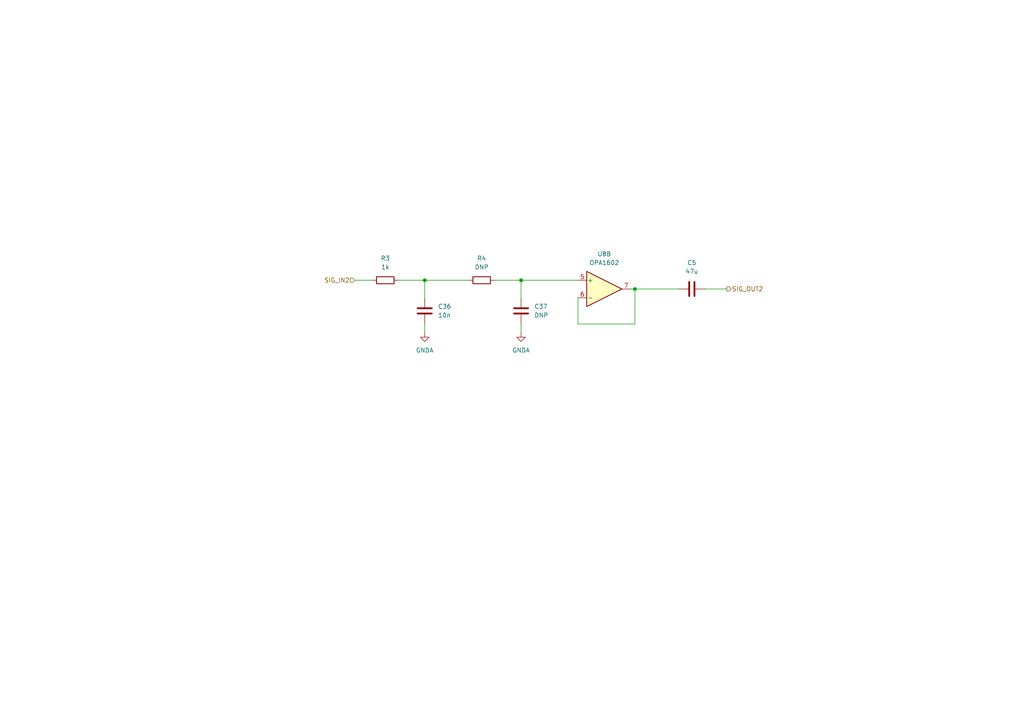
<source format=kicad_sch>
(kicad_sch (version 20211123) (generator eeschema)

  (uuid e87ca931-e6c1-479e-a422-f41580cbb0e0)

  (paper "A4")

  (title_block
    (title "F.R.E.T. Board")
    (date "2023-09-27")
    (rev "1.00")
    (company "Jim Horwitz, Julia Brubach, Peter Buglewicz")
  )

  (lib_symbols
    (symbol "Amplifier_Operational:OPA1602" (pin_names (offset 0.127)) (in_bom yes) (on_board yes)
      (property "Reference" "U" (id 0) (at 0 5.08 0)
        (effects (font (size 1.27 1.27)) (justify left))
      )
      (property "Value" "OPA1602" (id 1) (at 0 -5.08 0)
        (effects (font (size 1.27 1.27)) (justify left))
      )
      (property "Footprint" "" (id 2) (at 0 0 0)
        (effects (font (size 1.27 1.27)) hide)
      )
      (property "Datasheet" "http://www.ti.com/lit/ds/symlink/opa1604.pdf" (id 3) (at 0 0 0)
        (effects (font (size 1.27 1.27)) hide)
      )
      (property "ki_locked" "" (id 4) (at 0 0 0)
        (effects (font (size 1.27 1.27)))
      )
      (property "ki_keywords" "dual opamp" (id 5) (at 0 0 0)
        (effects (font (size 1.27 1.27)) hide)
      )
      (property "ki_description" "Dual SoundPlus High Performance, Bipolar-Input Audio Operational Amplifiers, SOIC-8/MSOP-8" (id 6) (at 0 0 0)
        (effects (font (size 1.27 1.27)) hide)
      )
      (property "ki_fp_filters" "SOIC*3.9x4.9mm*P1.27mm* DIP*W7.62mm* TO*99* OnSemi*Micro8* TSSOP*3x3mm*P0.65mm* TSSOP*4.4x3mm*P0.65mm* MSOP*3x3mm*P0.65mm* SSOP*3.9x4.9mm*P0.635mm* LFCSP*2x2mm*P0.5mm* *SIP* SOIC*5.3x6.2mm*P1.27mm*" (id 7) (at 0 0 0)
        (effects (font (size 1.27 1.27)) hide)
      )
      (symbol "OPA1602_1_1"
        (polyline
          (pts
            (xy -5.08 5.08)
            (xy 5.08 0)
            (xy -5.08 -5.08)
            (xy -5.08 5.08)
          )
          (stroke (width 0.254) (type default) (color 0 0 0 0))
          (fill (type background))
        )
        (pin output line (at 7.62 0 180) (length 2.54)
          (name "~" (effects (font (size 1.27 1.27))))
          (number "1" (effects (font (size 1.27 1.27))))
        )
        (pin input line (at -7.62 -2.54 0) (length 2.54)
          (name "-" (effects (font (size 1.27 1.27))))
          (number "2" (effects (font (size 1.27 1.27))))
        )
        (pin input line (at -7.62 2.54 0) (length 2.54)
          (name "+" (effects (font (size 1.27 1.27))))
          (number "3" (effects (font (size 1.27 1.27))))
        )
      )
      (symbol "OPA1602_2_1"
        (polyline
          (pts
            (xy -5.08 5.08)
            (xy 5.08 0)
            (xy -5.08 -5.08)
            (xy -5.08 5.08)
          )
          (stroke (width 0.254) (type default) (color 0 0 0 0))
          (fill (type background))
        )
        (pin input line (at -7.62 2.54 0) (length 2.54)
          (name "+" (effects (font (size 1.27 1.27))))
          (number "5" (effects (font (size 1.27 1.27))))
        )
        (pin input line (at -7.62 -2.54 0) (length 2.54)
          (name "-" (effects (font (size 1.27 1.27))))
          (number "6" (effects (font (size 1.27 1.27))))
        )
        (pin output line (at 7.62 0 180) (length 2.54)
          (name "~" (effects (font (size 1.27 1.27))))
          (number "7" (effects (font (size 1.27 1.27))))
        )
      )
      (symbol "OPA1602_3_1"
        (pin power_in line (at -2.54 -7.62 90) (length 3.81)
          (name "V-" (effects (font (size 1.27 1.27))))
          (number "4" (effects (font (size 1.27 1.27))))
        )
        (pin power_in line (at -2.54 7.62 270) (length 3.81)
          (name "V+" (effects (font (size 1.27 1.27))))
          (number "8" (effects (font (size 1.27 1.27))))
        )
      )
    )
    (symbol "Device:C" (pin_numbers hide) (pin_names (offset 0.254)) (in_bom yes) (on_board yes)
      (property "Reference" "C" (id 0) (at 0.635 2.54 0)
        (effects (font (size 1.27 1.27)) (justify left))
      )
      (property "Value" "C" (id 1) (at 0.635 -2.54 0)
        (effects (font (size 1.27 1.27)) (justify left))
      )
      (property "Footprint" "" (id 2) (at 0.9652 -3.81 0)
        (effects (font (size 1.27 1.27)) hide)
      )
      (property "Datasheet" "~" (id 3) (at 0 0 0)
        (effects (font (size 1.27 1.27)) hide)
      )
      (property "ki_keywords" "cap capacitor" (id 4) (at 0 0 0)
        (effects (font (size 1.27 1.27)) hide)
      )
      (property "ki_description" "Unpolarized capacitor" (id 5) (at 0 0 0)
        (effects (font (size 1.27 1.27)) hide)
      )
      (property "ki_fp_filters" "C_*" (id 6) (at 0 0 0)
        (effects (font (size 1.27 1.27)) hide)
      )
      (symbol "C_0_1"
        (polyline
          (pts
            (xy -2.032 -0.762)
            (xy 2.032 -0.762)
          )
          (stroke (width 0.508) (type default) (color 0 0 0 0))
          (fill (type none))
        )
        (polyline
          (pts
            (xy -2.032 0.762)
            (xy 2.032 0.762)
          )
          (stroke (width 0.508) (type default) (color 0 0 0 0))
          (fill (type none))
        )
      )
      (symbol "C_1_1"
        (pin passive line (at 0 3.81 270) (length 2.794)
          (name "~" (effects (font (size 1.27 1.27))))
          (number "1" (effects (font (size 1.27 1.27))))
        )
        (pin passive line (at 0 -3.81 90) (length 2.794)
          (name "~" (effects (font (size 1.27 1.27))))
          (number "2" (effects (font (size 1.27 1.27))))
        )
      )
    )
    (symbol "Device:R" (pin_numbers hide) (pin_names (offset 0)) (in_bom yes) (on_board yes)
      (property "Reference" "R" (id 0) (at 2.032 0 90)
        (effects (font (size 1.27 1.27)))
      )
      (property "Value" "R" (id 1) (at 0 0 90)
        (effects (font (size 1.27 1.27)))
      )
      (property "Footprint" "" (id 2) (at -1.778 0 90)
        (effects (font (size 1.27 1.27)) hide)
      )
      (property "Datasheet" "~" (id 3) (at 0 0 0)
        (effects (font (size 1.27 1.27)) hide)
      )
      (property "ki_keywords" "R res resistor" (id 4) (at 0 0 0)
        (effects (font (size 1.27 1.27)) hide)
      )
      (property "ki_description" "Resistor" (id 5) (at 0 0 0)
        (effects (font (size 1.27 1.27)) hide)
      )
      (property "ki_fp_filters" "R_*" (id 6) (at 0 0 0)
        (effects (font (size 1.27 1.27)) hide)
      )
      (symbol "R_0_1"
        (rectangle (start -1.016 -2.54) (end 1.016 2.54)
          (stroke (width 0.254) (type default) (color 0 0 0 0))
          (fill (type none))
        )
      )
      (symbol "R_1_1"
        (pin passive line (at 0 3.81 270) (length 1.27)
          (name "~" (effects (font (size 1.27 1.27))))
          (number "1" (effects (font (size 1.27 1.27))))
        )
        (pin passive line (at 0 -3.81 90) (length 1.27)
          (name "~" (effects (font (size 1.27 1.27))))
          (number "2" (effects (font (size 1.27 1.27))))
        )
      )
    )
    (symbol "power:GNDA" (power) (pin_names (offset 0)) (in_bom yes) (on_board yes)
      (property "Reference" "#PWR" (id 0) (at 0 -6.35 0)
        (effects (font (size 1.27 1.27)) hide)
      )
      (property "Value" "GNDA" (id 1) (at 0 -3.81 0)
        (effects (font (size 1.27 1.27)))
      )
      (property "Footprint" "" (id 2) (at 0 0 0)
        (effects (font (size 1.27 1.27)) hide)
      )
      (property "Datasheet" "" (id 3) (at 0 0 0)
        (effects (font (size 1.27 1.27)) hide)
      )
      (property "ki_keywords" "power-flag" (id 4) (at 0 0 0)
        (effects (font (size 1.27 1.27)) hide)
      )
      (property "ki_description" "Power symbol creates a global label with name \"GNDA\" , analog ground" (id 5) (at 0 0 0)
        (effects (font (size 1.27 1.27)) hide)
      )
      (symbol "GNDA_0_1"
        (polyline
          (pts
            (xy 0 0)
            (xy 0 -1.27)
            (xy 1.27 -1.27)
            (xy 0 -2.54)
            (xy -1.27 -1.27)
            (xy 0 -1.27)
          )
          (stroke (width 0) (type default) (color 0 0 0 0))
          (fill (type none))
        )
      )
      (symbol "GNDA_1_1"
        (pin power_in line (at 0 0 270) (length 0) hide
          (name "GNDA" (effects (font (size 1.27 1.27))))
          (number "1" (effects (font (size 1.27 1.27))))
        )
      )
    )
  )

  (junction (at 123.19 81.28) (diameter 0) (color 0 0 0 0)
    (uuid 181fafc5-254a-43d0-b9e5-379f9b1b154c)
  )
  (junction (at 184.15 83.82) (diameter 0) (color 0 0 0 0)
    (uuid 9af36aa1-cac5-4d2c-aec6-ade6c9670505)
  )
  (junction (at 151.13 81.28) (diameter 0) (color 0 0 0 0)
    (uuid a78d84cf-596f-4a0b-8e19-053e1b1ff784)
  )

  (wire (pts (xy 167.64 86.36) (xy 167.64 93.98))
    (stroke (width 0) (type default) (color 0 0 0 0))
    (uuid 02653654-aa28-499f-98fc-0f8c098863e0)
  )
  (wire (pts (xy 184.15 83.82) (xy 196.85 83.82))
    (stroke (width 0) (type default) (color 0 0 0 0))
    (uuid 14358a12-31c8-4e3e-bb5f-2fb1a092b57a)
  )
  (wire (pts (xy 143.51 81.28) (xy 151.13 81.28))
    (stroke (width 0) (type default) (color 0 0 0 0))
    (uuid 2bec4692-8971-4c6b-81bc-fb9852885b14)
  )
  (wire (pts (xy 204.47 83.82) (xy 210.82 83.82))
    (stroke (width 0) (type default) (color 0 0 0 0))
    (uuid 2eba107e-d555-437b-a6b9-e6c7145c03c5)
  )
  (wire (pts (xy 123.19 81.28) (xy 123.19 86.36))
    (stroke (width 0) (type default) (color 0 0 0 0))
    (uuid 40db018b-9a00-4884-9838-0854f9a5c092)
  )
  (wire (pts (xy 167.64 93.98) (xy 184.15 93.98))
    (stroke (width 0) (type default) (color 0 0 0 0))
    (uuid 65a48377-e8aa-493a-9299-7cf066a024e0)
  )
  (wire (pts (xy 151.13 81.28) (xy 151.13 86.36))
    (stroke (width 0) (type default) (color 0 0 0 0))
    (uuid 86fc1f3e-a308-4e77-a320-aa281344ea1f)
  )
  (wire (pts (xy 123.19 93.98) (xy 123.19 96.52))
    (stroke (width 0) (type default) (color 0 0 0 0))
    (uuid 9016ba70-7edb-4d20-817e-e18a0f4d87f8)
  )
  (wire (pts (xy 115.57 81.28) (xy 123.19 81.28))
    (stroke (width 0) (type default) (color 0 0 0 0))
    (uuid 9cbd4822-bc1b-490b-9b15-f4d8b3dcaab0)
  )
  (wire (pts (xy 151.13 93.98) (xy 151.13 96.52))
    (stroke (width 0) (type default) (color 0 0 0 0))
    (uuid ab2ee339-d1ad-44a4-aa14-38907dd2833b)
  )
  (wire (pts (xy 151.13 81.28) (xy 167.64 81.28))
    (stroke (width 0) (type default) (color 0 0 0 0))
    (uuid b35d4f38-f2af-4831-904d-5363d4b59142)
  )
  (wire (pts (xy 123.19 81.28) (xy 135.89 81.28))
    (stroke (width 0) (type default) (color 0 0 0 0))
    (uuid b7538c72-448a-4e41-a8b1-70b156c53c8b)
  )
  (wire (pts (xy 182.88 83.82) (xy 184.15 83.82))
    (stroke (width 0) (type default) (color 0 0 0 0))
    (uuid e1822147-f41f-4c13-a2de-8da70a68f49d)
  )
  (wire (pts (xy 184.15 93.98) (xy 184.15 83.82))
    (stroke (width 0) (type default) (color 0 0 0 0))
    (uuid fbe8918a-ee3d-4a57-86e9-54ba1af51f63)
  )
  (wire (pts (xy 102.87 81.28) (xy 107.95 81.28))
    (stroke (width 0) (type default) (color 0 0 0 0))
    (uuid fc1aad14-f10a-4251-a97b-5719b7ea7b69)
  )

  (hierarchical_label "SIG_IN2" (shape input) (at 102.87 81.28 180)
    (effects (font (size 1.27 1.27)) (justify right))
    (uuid 2ad20b6e-fe14-492a-945e-c6a8e7312a9d)
  )
  (hierarchical_label "SIG_OUT2" (shape output) (at 210.82 83.82 0)
    (effects (font (size 1.27 1.27)) (justify left))
    (uuid 68fae0a7-96ac-4fe7-b10a-bbba83113198)
  )

  (symbol (lib_id "Device:C") (at 200.66 83.82 90) (unit 1)
    (in_bom yes) (on_board yes) (fields_autoplaced)
    (uuid 1a687fb5-5893-4af9-8ee4-69db0d694d9b)
    (property "Reference" "C5" (id 0) (at 200.66 76.2 90))
    (property "Value" "47u" (id 1) (at 200.66 78.74 90))
    (property "Footprint" "Capacitor_SMD:C_1210_3225Metric" (id 2) (at 204.47 82.8548 0)
      (effects (font (size 1.27 1.27)) hide)
    )
    (property "Datasheet" "~" (id 3) (at 200.66 83.82 0)
      (effects (font (size 1.27 1.27)) hide)
    )
    (pin "1" (uuid 130e1fe4-4596-4da5-a247-1331de96d833))
    (pin "2" (uuid 1cf12f56-6703-4a2c-9cd9-fed161af2f19))
  )

  (symbol (lib_id "Device:C") (at 151.13 90.17 0) (unit 1)
    (in_bom yes) (on_board yes) (fields_autoplaced)
    (uuid 23dd16c8-6b6b-4d3a-948d-9a525b83c51d)
    (property "Reference" "C37" (id 0) (at 154.94 88.8999 0)
      (effects (font (size 1.27 1.27)) (justify left))
    )
    (property "Value" "DNP" (id 1) (at 154.94 91.4399 0)
      (effects (font (size 1.27 1.27)) (justify left))
    )
    (property "Footprint" "Capacitor_SMD:C_0603_1608Metric" (id 2) (at 152.0952 93.98 0)
      (effects (font (size 1.27 1.27)) hide)
    )
    (property "Datasheet" "~" (id 3) (at 151.13 90.17 0)
      (effects (font (size 1.27 1.27)) hide)
    )
    (pin "1" (uuid 7b547ccf-bf02-4eae-a899-6e036e6a56b4))
    (pin "2" (uuid 38b427cf-e49d-4f68-864d-4e7e2ba97288))
  )

  (symbol (lib_id "Device:C") (at 123.19 90.17 0) (unit 1)
    (in_bom yes) (on_board yes) (fields_autoplaced)
    (uuid 26a8919d-7134-48ed-be86-eeb6b713184a)
    (property "Reference" "C36" (id 0) (at 127 88.8999 0)
      (effects (font (size 1.27 1.27)) (justify left))
    )
    (property "Value" "10n" (id 1) (at 127 91.4399 0)
      (effects (font (size 1.27 1.27)) (justify left))
    )
    (property "Footprint" "Capacitor_SMD:C_0603_1608Metric" (id 2) (at 124.1552 93.98 0)
      (effects (font (size 1.27 1.27)) hide)
    )
    (property "Datasheet" "~" (id 3) (at 123.19 90.17 0)
      (effects (font (size 1.27 1.27)) hide)
    )
    (pin "1" (uuid d0224fa2-87d5-42d0-aa27-323cd53085d3))
    (pin "2" (uuid fafb92de-41bc-4b74-9562-e8043e36af86))
  )

  (symbol (lib_id "power:GNDA") (at 123.19 96.52 0) (unit 1)
    (in_bom yes) (on_board yes) (fields_autoplaced)
    (uuid 4c713a2b-8464-4ff0-92eb-321bd589ed82)
    (property "Reference" "#PWR0108" (id 0) (at 123.19 102.87 0)
      (effects (font (size 1.27 1.27)) hide)
    )
    (property "Value" "GNDA" (id 1) (at 123.19 101.6 0))
    (property "Footprint" "" (id 2) (at 123.19 96.52 0)
      (effects (font (size 1.27 1.27)) hide)
    )
    (property "Datasheet" "" (id 3) (at 123.19 96.52 0)
      (effects (font (size 1.27 1.27)) hide)
    )
    (pin "1" (uuid be347445-f07d-4b74-a667-d726f18db940))
  )

  (symbol (lib_id "Amplifier_Operational:OPA1602") (at 175.26 83.82 0) (unit 2)
    (in_bom yes) (on_board yes) (fields_autoplaced)
    (uuid 71fc0fc0-2dd9-4a77-952b-3f37f49e198a)
    (property "Reference" "U8" (id 0) (at 175.26 73.66 0))
    (property "Value" "OPA1602" (id 1) (at 175.26 76.2 0))
    (property "Footprint" "JFHAnalog:OPA1602AIDR" (id 2) (at 175.26 83.82 0)
      (effects (font (size 1.27 1.27)) hide)
    )
    (property "Datasheet" "http://www.ti.com/lit/ds/symlink/opa1604.pdf" (id 3) (at 175.26 83.82 0)
      (effects (font (size 1.27 1.27)) hide)
    )
    (pin "1" (uuid 35851710-ebe9-4967-bc2f-faccf480a2c6))
    (pin "2" (uuid a7ab276a-3dc6-45f5-ab47-256423ffc563))
    (pin "3" (uuid 41f1a545-9a8d-4a03-ab3c-5bff52f088d1))
    (pin "5" (uuid 89415931-4045-4aca-86aa-8ede3776474b))
    (pin "6" (uuid 3e384ef0-9f9b-42ba-ba8d-38873ec1248f))
    (pin "7" (uuid 4a581cc5-bd12-49d8-81eb-d938b6249802))
    (pin "4" (uuid e1124e3e-b06a-4065-8fad-03a3a6b06faf))
    (pin "8" (uuid ad45263c-7483-4c7c-a765-ff0d278c8777))
  )

  (symbol (lib_id "Device:R") (at 111.76 81.28 90) (unit 1)
    (in_bom yes) (on_board yes) (fields_autoplaced)
    (uuid a74a18f8-74eb-4f67-88f4-ff5d6efb4331)
    (property "Reference" "R3" (id 0) (at 111.76 74.93 90))
    (property "Value" "1k" (id 1) (at 111.76 77.47 90))
    (property "Footprint" "Resistor_SMD:R_0603_1608Metric" (id 2) (at 111.76 83.058 90)
      (effects (font (size 1.27 1.27)) hide)
    )
    (property "Datasheet" "~" (id 3) (at 111.76 81.28 0)
      (effects (font (size 1.27 1.27)) hide)
    )
    (pin "1" (uuid 305373a5-2dc1-4afd-b1ca-d806ca2d9275))
    (pin "2" (uuid 187f44d7-c93c-4430-9d50-1a653d93906b))
  )

  (symbol (lib_id "Device:R") (at 139.7 81.28 90) (unit 1)
    (in_bom yes) (on_board yes) (fields_autoplaced)
    (uuid bfca4973-15c7-4791-8787-d6b6db72d8a0)
    (property "Reference" "R4" (id 0) (at 139.7 74.93 90))
    (property "Value" "DNP" (id 1) (at 139.7 77.47 90))
    (property "Footprint" "Resistor_SMD:R_0603_1608Metric" (id 2) (at 139.7 83.058 90)
      (effects (font (size 1.27 1.27)) hide)
    )
    (property "Datasheet" "~" (id 3) (at 139.7 81.28 0)
      (effects (font (size 1.27 1.27)) hide)
    )
    (pin "1" (uuid 53c28746-6cdd-4e6d-9e72-296847e568eb))
    (pin "2" (uuid e521772a-7963-4839-a245-c659050f11f2))
  )

  (symbol (lib_id "power:GNDA") (at 151.13 96.52 0) (unit 1)
    (in_bom yes) (on_board yes) (fields_autoplaced)
    (uuid db9dbee5-1867-40d2-892e-7cf913e63af3)
    (property "Reference" "#PWR0109" (id 0) (at 151.13 102.87 0)
      (effects (font (size 1.27 1.27)) hide)
    )
    (property "Value" "GNDA" (id 1) (at 151.13 101.6 0))
    (property "Footprint" "" (id 2) (at 151.13 96.52 0)
      (effects (font (size 1.27 1.27)) hide)
    )
    (property "Datasheet" "" (id 3) (at 151.13 96.52 0)
      (effects (font (size 1.27 1.27)) hide)
    )
    (pin "1" (uuid 4f38db9d-bf6a-4582-accd-99c365916d12))
  )
)

</source>
